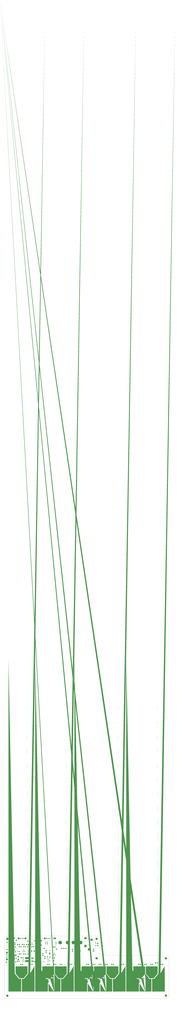
<source format=gbr>
%TF.GenerationSoftware,KiCad,Pcbnew,(6.0.7)*%
%TF.CreationDate,2023-07-28T14:32:25-04:00*%
%TF.ProjectId,Stylophone,5374796c-6f70-4686-9f6e-652e6b696361,rev?*%
%TF.SameCoordinates,Original*%
%TF.FileFunction,Soldermask,Top*%
%TF.FilePolarity,Negative*%
%FSLAX46Y46*%
G04 Gerber Fmt 4.6, Leading zero omitted, Abs format (unit mm)*
G04 Created by KiCad (PCBNEW (6.0.7)) date 2023-07-28 14:32:25*
%MOMM*%
%LPD*%
G01*
G04 APERTURE LIST*
G04 Aperture macros list*
%AMRoundRect*
0 Rectangle with rounded corners*
0 $1 Rounding radius*
0 $2 $3 $4 $5 $6 $7 $8 $9 X,Y pos of 4 corners*
0 Add a 4 corners polygon primitive as box body*
4,1,4,$2,$3,$4,$5,$6,$7,$8,$9,$2,$3,0*
0 Add four circle primitives for the rounded corners*
1,1,$1+$1,$2,$3*
1,1,$1+$1,$4,$5*
1,1,$1+$1,$6,$7*
1,1,$1+$1,$8,$9*
0 Add four rect primitives between the rounded corners*
20,1,$1+$1,$2,$3,$4,$5,0*
20,1,$1+$1,$4,$5,$6,$7,0*
20,1,$1+$1,$6,$7,$8,$9,0*
20,1,$1+$1,$8,$9,$2,$3,0*%
%AMFreePoly0*
4,1,45,2.512662,7.087767,2.516726,7.088432,2.520033,7.086467,2.530782,7.084572,2.549099,7.069202,2.569656,7.056991,7.069656,1.556992,7.084947,1.529730,7.084757,1.514405,7.090000,1.500000,7.090000,-7.000000,7.087939,-7.011690,7.088633,-7.015628,7.086634,-7.019091,7.084572,-7.030782,7.069543,-7.048693,7.057851,-7.068944,7.050220,-7.071722,7.045000,-7.077942,7.021973,-7.082003,
7.000000,-7.090000,-7.000000,-7.090000,-7.011690,-7.087939,-7.015628,-7.088633,-7.019091,-7.086634,-7.030782,-7.084572,-7.048693,-7.069543,-7.068944,-7.057851,-7.071722,-7.050220,-7.077942,-7.045000,-7.082003,-7.021973,-7.090000,-7.000000,-7.090000,1.500000,-7.084572,1.530782,-7.074719,1.542524,-7.069656,1.556991,-2.569656,7.056991,-2.559911,7.065376,-2.557851,7.068944,-2.554235,7.070260,
-2.545963,7.077378,-2.522471,7.081821,-2.500000,7.090000,2.500000,7.090000,2.512662,7.087767,2.512662,7.087767,$1*%
%AMFreePoly1*
4,1,58,7.511690,15.087939,7.515628,15.088633,7.519091,15.086634,7.530782,15.084572,7.548693,15.069543,7.568944,15.057851,7.571722,15.050220,7.577942,15.045000,7.582003,15.021973,7.590000,15.000000,7.590000,-15.000000,7.587939,-15.011690,7.588633,-15.015628,7.586634,-15.019091,7.584572,-15.030782,7.569543,-15.048693,7.557851,-15.068944,7.550220,-15.071722,7.545000,-15.077942,7.521973,-15.082003,
7.500000,-15.090000,-7.500000,-15.090000,-7.511690,-15.087939,-7.515628,-15.088633,-7.519091,-15.086634,-7.530782,-15.084572,-7.548693,-15.069543,-7.568944,-15.057851,-7.571722,-15.050220,-7.577942,-15.045000,-7.582003,-15.021973,-7.590000,-15.000000,-7.590000,0.000000,-7.587939,0.011690,-7.588633,0.015628,-7.586634,0.019091,-7.584572,0.030782,-7.569543,0.048693,-7.557851,0.068944,-7.550220,0.071722,
-7.545000,0.077942,-7.521973,0.082003,-7.500000,0.090000,-5.042154,0.090000,-0.090000,6.032585,-0.090000,15.000000,-0.087939,15.011690,-0.088633,15.015628,-0.086634,15.019091,-0.084572,15.030782,-0.069543,15.048693,-0.057851,15.068944,-0.050220,15.071722,-0.045000,15.077942,-0.021973,15.082003,0.000000,15.090000,7.500000,15.090000,7.511690,15.087939,7.511690,15.087939,$1*%
%AMFreePoly2*
4,1,59,0.015347,6.087033,0.020445,6.087647,0.042347,6.073353,0.065682,6.061530,0.067700,6.056807,0.072000,6.054000,4.545000,0.090000,7.000000,0.090000,7.011690,0.087939,7.015628,0.088633,7.019091,0.086634,7.030782,0.084572,7.048693,0.069543,7.068944,0.057851,7.071722,0.050220,7.077942,0.045000,7.082003,0.021973,7.090000,0.000000,7.090000,-15.000000,7.087939,-15.011690,
7.088633,-15.015628,7.086634,-15.019091,7.084572,-15.030782,7.069543,-15.048693,7.057851,-15.068944,7.050220,-15.071722,7.045000,-15.077942,7.021973,-15.082003,7.000000,-15.090000,-7.000000,-15.090000,-7.011690,-15.087939,-7.015628,-15.088633,-7.019091,-15.086634,-7.030782,-15.084572,-7.048693,-15.069543,-7.068944,-15.057851,-7.071722,-15.050220,-7.077942,-15.045000,-7.082003,-15.021973,-7.090000,-15.000000,
-7.090000,0.000000,-7.087939,0.011690,-7.088633,0.015628,-7.086634,0.019091,-7.084572,0.030782,-7.069543,0.048693,-7.057851,0.068944,-7.050220,0.071722,-7.045000,0.077942,-7.021973,0.082003,-7.000000,0.090000,-4.545000,0.090000,-0.072000,6.054000,-0.049188,6.075369,-0.044188,6.076535,-0.040677,6.080283,-0.014710,6.083411,0.010765,6.089354,0.015347,6.087033,0.015347,6.087033,
$1*%
%AMFreePoly3*
4,1,58,0.011690,15.087939,0.015628,15.088633,0.019091,15.086634,0.030782,15.084572,0.048693,15.069543,0.068944,15.057851,0.071722,15.050220,0.077942,15.045000,0.082003,15.021973,0.090000,15.000000,0.090000,6.032585,5.042153,0.090000,7.500000,0.090000,7.511690,0.087939,7.515628,0.088633,7.519091,0.086634,7.530782,0.084572,7.548693,0.069543,7.568944,0.057851,7.571722,0.050220,
7.577942,0.045000,7.582003,0.021973,7.590000,0.000000,7.590000,-15.000000,7.587939,-15.011690,7.588633,-15.015628,7.586634,-15.019091,7.584572,-15.030782,7.569543,-15.048693,7.557851,-15.068944,7.550220,-15.071722,7.545000,-15.077942,7.521973,-15.082003,7.500000,-15.090000,-7.500000,-15.090000,-7.511690,-15.087939,-7.515628,-15.088633,-7.519091,-15.086634,-7.530782,-15.084572,-7.548693,-15.069543,
-7.568944,-15.057851,-7.571722,-15.050220,-7.577942,-15.045000,-7.582003,-15.021973,-7.590000,-15.000000,-7.590000,15.000000,-7.587939,15.011690,-7.588633,15.015628,-7.586634,15.019091,-7.584572,15.030782,-7.569543,15.048693,-7.557851,15.068944,-7.550220,15.071722,-7.545000,15.077942,-7.521973,15.082003,-7.500000,15.090000,0.000000,15.090000,0.011690,15.087939,0.011690,15.087939,$1*%
%AMFreePoly4*
4,1,6,1.000000,0.000000,0.500000,-0.750000,-0.500000,-0.750000,-0.500000,0.750000,0.500000,0.750000,1.000000,0.000000,1.000000,0.000000,$1*%
%AMFreePoly5*
4,1,6,0.500000,-0.750000,-0.650000,-0.750000,-0.150000,0.000000,-0.650000,0.750000,0.500000,0.750000,0.500000,-0.750000,0.500000,-0.750000,$1*%
G04 Aperture macros list end*
%TA.AperFunction,Profile*%
%ADD10C,0.100000*%
%TD*%
%ADD11RoundRect,0.250000X0.350000X0.450000X-0.350000X0.450000X-0.350000X-0.450000X0.350000X-0.450000X0*%
%ADD12RoundRect,0.250000X0.750000X-0.250000X0.750000X0.250000X-0.750000X0.250000X-0.750000X-0.250000X0*%
%ADD13FreePoly0,180.000000*%
%ADD14FreePoly1,0.000000*%
%ADD15RoundRect,0.250000X0.450000X-0.350000X0.450000X0.350000X-0.450000X0.350000X-0.450000X-0.350000X0*%
%ADD16C,2.250000*%
%ADD17C,1.300000*%
%ADD18C,1.500000*%
%ADD19RoundRect,0.250000X-0.350000X-0.450000X0.350000X-0.450000X0.350000X0.450000X-0.350000X0.450000X0*%
%ADD20RoundRect,0.250000X-0.412500X-0.650000X0.412500X-0.650000X0.412500X0.650000X-0.412500X0.650000X0*%
%ADD21RoundRect,0.150000X0.150000X-0.587500X0.150000X0.587500X-0.150000X0.587500X-0.150000X-0.587500X0*%
%ADD22RoundRect,0.237500X0.237500X-0.287500X0.237500X0.287500X-0.237500X0.287500X-0.237500X-0.287500X0*%
%ADD23RoundRect,0.250000X0.250000X0.750000X-0.250000X0.750000X-0.250000X-0.750000X0.250000X-0.750000X0*%
%ADD24C,2.700000*%
%ADD25C,0.850000*%
%ADD26R,2.800000X2.600000*%
%ADD27R,2.800000X2.200000*%
%ADD28R,2.800000X2.800000*%
%ADD29RoundRect,0.237500X-0.237500X0.300000X-0.237500X-0.300000X0.237500X-0.300000X0.237500X0.300000X0*%
%ADD30RoundRect,0.150000X-0.587500X-0.150000X0.587500X-0.150000X0.587500X0.150000X-0.587500X0.150000X0*%
%ADD31FreePoly2,0.000000*%
%ADD32RoundRect,0.250000X0.650000X-0.412500X0.650000X0.412500X-0.650000X0.412500X-0.650000X-0.412500X0*%
%ADD33C,4.260000*%
%ADD34RoundRect,0.250000X-0.650000X0.412500X-0.650000X-0.412500X0.650000X-0.412500X0.650000X0.412500X0*%
%ADD35R,0.900000X1.200000*%
%ADD36RoundRect,0.250000X-0.337500X-0.475000X0.337500X-0.475000X0.337500X0.475000X-0.337500X0.475000X0*%
%ADD37R,0.650000X2.000000*%
%ADD38RoundRect,0.237500X-0.300000X-0.237500X0.300000X-0.237500X0.300000X0.237500X-0.300000X0.237500X0*%
%ADD39FreePoly3,0.000000*%
%ADD40R,1.500000X1.500000*%
%ADD41R,1.500000X1.050000*%
%ADD42O,1.500000X1.050000*%
%ADD43R,5.100000X2.400000*%
%ADD44RoundRect,0.250000X-1.500000X-0.550000X1.500000X-0.550000X1.500000X0.550000X-1.500000X0.550000X0*%
%ADD45R,1.200000X0.900000*%
%ADD46RoundRect,0.250000X0.625000X-0.350000X0.625000X0.350000X-0.625000X0.350000X-0.625000X-0.350000X0*%
%ADD47O,1.750000X1.200000*%
%ADD48RoundRect,0.250000X-0.450000X0.350000X-0.450000X-0.350000X0.450000X-0.350000X0.450000X0.350000X0*%
%ADD49RoundRect,0.237500X-0.237500X0.287500X-0.237500X-0.287500X0.237500X-0.287500X0.237500X0.287500X0*%
%ADD50RoundRect,0.250000X-0.750000X0.250000X-0.750000X-0.250000X0.750000X-0.250000X0.750000X0.250000X0*%
%ADD51RoundRect,0.237500X0.237500X-0.300000X0.237500X0.300000X-0.237500X0.300000X-0.237500X-0.300000X0*%
%ADD52FreePoly4,270.000000*%
%ADD53FreePoly5,270.000000*%
%ADD54RoundRect,0.070000X-0.530000X0.280000X-0.530000X-0.280000X0.530000X-0.280000X0.530000X0.280000X0*%
%ADD55RoundRect,0.076000X-0.524000X0.304000X-0.524000X-0.304000X0.524000X-0.304000X0.524000X0.304000X0*%
%ADD56RoundRect,0.080000X-0.520000X0.320000X-0.520000X-0.320000X0.520000X-0.320000X0.520000X0.320000X0*%
%ADD57O,1.700000X1.100000*%
G04 APERTURE END LIST*
D10*
X26000000Y-85500000D02*
X132974874Y-85500000D01*
X26000000Y-85500000D02*
G75*
G03*
X22500000Y-89000000I0J-3500000D01*
G01*
X216000000Y-160480000D02*
X26000000Y-160500000D01*
X216000000Y-108720000D02*
X139974874Y-108740000D01*
X216000000Y-160480000D02*
G75*
G03*
X219500000Y-156980000I0J3500000D01*
G01*
X136474900Y-105240000D02*
G75*
G03*
X139974874Y-108740000I3500000J0D01*
G01*
X22500000Y-157000000D02*
G75*
G03*
X26000000Y-160500000I3500000J0D01*
G01*
X136474874Y-89000000D02*
X136474874Y-105240000D01*
X219500000Y-112220000D02*
G75*
G03*
X216000000Y-108720000I-3500000J0D01*
G01*
X22500000Y-89000000D02*
X22500000Y-157000000D01*
X136474900Y-89000000D02*
G75*
G03*
X132974874Y-85500000I-3500000J0D01*
G01*
X219500000Y-156980000D02*
X219500000Y-112220000D01*
D11*
%TO.C,RPD1*%
X34000000Y-116500000D03*
X36000000Y-116500000D03*
%TD*%
D12*
%TO.C,J25*%
X134124874Y-94250000D03*
%TD*%
D13*
%TO.C,J9*%
X75000000Y-129000000D03*
%TD*%
D14*
%TO.C,J12*%
X98000000Y-137000000D03*
%TD*%
D15*
%TO.C,RP1*%
X68500000Y-108750000D03*
X68500000Y-106750000D03*
%TD*%
D16*
%TO.C,SW2*%
X39650000Y-88396360D03*
X47850000Y-88396360D03*
D17*
X41750000Y-88396360D03*
X43750000Y-88396360D03*
X45750000Y-88396360D03*
%TD*%
D18*
%TO.C,TPOS2*%
X60000000Y-96500000D03*
%TD*%
D11*
%TO.C,RL2*%
X212000000Y-119500000D03*
X210000000Y-119500000D03*
%TD*%
%TO.C,RL3*%
X199845000Y-119500000D03*
X197845000Y-119500000D03*
%TD*%
D19*
%TO.C,RL1*%
X203750000Y-117750000D03*
X205750000Y-117750000D03*
%TD*%
D20*
%TO.C,CMX1*%
X55157500Y-103550000D03*
X58282500Y-103550000D03*
%TD*%
D19*
%TO.C,RL18*%
X62500000Y-119500000D03*
X64500000Y-119500000D03*
%TD*%
D21*
%TO.C,Q4*%
X54550000Y-95737500D03*
X56450000Y-95737500D03*
X55500000Y-93862500D03*
%TD*%
D11*
%TO.C,RL10*%
X138000000Y-119500000D03*
X136000000Y-119500000D03*
%TD*%
D22*
%TO.C,LED2*%
X31750000Y-106415000D03*
X31750000Y-104665000D03*
%TD*%
D14*
%TO.C,J20*%
X160000000Y-137000000D03*
%TD*%
D23*
%TO.C,J3*%
X34270000Y-88000000D03*
%TD*%
D21*
%TO.C,Q3*%
X81300000Y-108187500D03*
X83200000Y-108187500D03*
X82250000Y-106312500D03*
%TD*%
D24*
%TO.C,H3*%
X216000000Y-156980000D03*
%TD*%
D19*
%TO.C,RL12*%
X121095000Y-119500000D03*
X123095000Y-119500000D03*
%TD*%
D11*
%TO.C,RL5*%
X185250000Y-119500000D03*
X183250000Y-119500000D03*
%TD*%
D19*
%TO.C,RPG1*%
X38000000Y-115750000D03*
X40000000Y-115750000D03*
%TD*%
D21*
%TO.C,Q5*%
X44800000Y-104237500D03*
X46700000Y-104237500D03*
X45750000Y-102362500D03*
%TD*%
D19*
%TO.C,RL14*%
X101000000Y-119500000D03*
X103000000Y-119500000D03*
%TD*%
D18*
%TO.C,TPCAP1*%
X66750000Y-96500000D03*
%TD*%
%TO.C,TPVO3*%
X100000000Y-103000000D03*
%TD*%
D25*
%TO.C,J28*%
X123250000Y-96250000D03*
X123250000Y-89250000D03*
D26*
X124000000Y-101550000D03*
D27*
X126950000Y-90050000D03*
D28*
X119550000Y-97550000D03*
D27*
X119550000Y-88150000D03*
%TD*%
D13*
%TO.C,J21*%
X152000000Y-129000000D03*
%TD*%
%TO.C,J6*%
X43000000Y-129000000D03*
%TD*%
D29*
%TO.C,CA1*%
X77000000Y-109887500D03*
X77000000Y-111612500D03*
%TD*%
D14*
%TO.C,J7*%
X51000000Y-137000000D03*
%TD*%
D11*
%TO.C,RL4*%
X192750000Y-119500000D03*
X190750000Y-119500000D03*
%TD*%
D15*
%TO.C,RD1*%
X72437500Y-105000000D03*
X72437500Y-103000000D03*
%TD*%
D24*
%TO.C,H2*%
X26000000Y-157000000D03*
%TD*%
D19*
%TO.C,RE3*%
X50750000Y-107050000D03*
X52750000Y-107050000D03*
%TD*%
D30*
%TO.C,Q2*%
X74812500Y-114050000D03*
X74812500Y-115950000D03*
X76687500Y-115000000D03*
%TD*%
D12*
%TO.C,J26*%
X134124874Y-96750000D03*
%TD*%
D11*
%TO.C,RB4*%
X42250000Y-107050000D03*
X40250000Y-107050000D03*
%TD*%
D31*
%TO.C,J17*%
X191500000Y-136990000D03*
%TD*%
D11*
%TO.C,RB3*%
X47500000Y-107050000D03*
X45500000Y-107050000D03*
%TD*%
D29*
%TO.C,CA2*%
X74000000Y-109887500D03*
X74000000Y-111612500D03*
%TD*%
D32*
%TO.C,CC4*%
X63400000Y-115062500D03*
X63400000Y-111937500D03*
%TD*%
D11*
%TO.C,ROS1*%
X42300000Y-98330000D03*
X40300000Y-98330000D03*
%TD*%
D18*
%TO.C,VR1*%
X91250000Y-100375000D03*
X93750000Y-100375000D03*
X96250000Y-100375000D03*
D33*
X89350000Y-93375000D03*
X98150000Y-93375000D03*
%TD*%
D34*
%TO.C,CC3*%
X39250000Y-110437500D03*
X39250000Y-113562500D03*
%TD*%
D35*
%TO.C,DAT1*%
X80250000Y-103000000D03*
X76950000Y-103000000D03*
%TD*%
D29*
%TO.C,CMB1*%
X79500000Y-93137500D03*
X79500000Y-94862500D03*
%TD*%
D31*
%TO.C,J24*%
X129500000Y-137000000D03*
%TD*%
%TO.C,J22*%
X144500000Y-137000000D03*
%TD*%
D11*
%TO.C,RL6*%
X173500000Y-119500000D03*
X171500000Y-119500000D03*
%TD*%
D15*
%TO.C,R1*%
X35000000Y-95750000D03*
X35000000Y-93750000D03*
%TD*%
D11*
%TO.C,RL8*%
X153095000Y-119500000D03*
X151095000Y-119500000D03*
%TD*%
D13*
%TO.C,J16*%
X199000000Y-129000000D03*
%TD*%
D36*
%TO.C,COS1*%
X38490693Y-95799856D03*
X40565693Y-95799856D03*
%TD*%
D37*
%TO.C,U1*%
X36700000Y-108790000D03*
X35750000Y-108790000D03*
X34800000Y-108790000D03*
X34800000Y-112210000D03*
X36700000Y-112210000D03*
%TD*%
D24*
%TO.C,H4*%
X216000000Y-112220000D03*
%TD*%
D18*
%TO.C,TPVO1*%
X85000000Y-101250000D03*
%TD*%
D29*
%TO.C,CC1*%
X32500000Y-112250000D03*
X32500000Y-113975000D03*
%TD*%
D31*
%TO.C,J10*%
X82500000Y-137000000D03*
%TD*%
D18*
%TO.C,TPVO2*%
X81500000Y-115250000D03*
%TD*%
D38*
%TO.C,COS5*%
X38665693Y-104050000D03*
X40390693Y-104050000D03*
%TD*%
D19*
%TO.C,RL15*%
X89250000Y-119500000D03*
X91250000Y-119500000D03*
%TD*%
D39*
%TO.C,J19*%
X176000000Y-137000000D03*
%TD*%
D21*
%TO.C,Q6*%
X44050000Y-115737500D03*
X45950000Y-115737500D03*
X45000000Y-113862500D03*
%TD*%
D19*
%TO.C,RBS1*%
X32500000Y-102000000D03*
X34500000Y-102000000D03*
%TD*%
D13*
%TO.C,J14*%
X122000000Y-129000000D03*
%TD*%
D24*
%TO.C,H6*%
X132974874Y-89000000D03*
%TD*%
D16*
%TO.C,SW1*%
X25500000Y-113600000D03*
X25500000Y-105400000D03*
D17*
X25500000Y-111500000D03*
X25500000Y-109500000D03*
X25500000Y-107500000D03*
%TD*%
D19*
%TO.C,RMX1*%
X60500000Y-103550000D03*
X62500000Y-103550000D03*
%TD*%
D40*
%TO.C,VR2*%
X107000000Y-100375000D03*
D18*
X109500000Y-100375000D03*
X112000000Y-100375000D03*
D33*
X105100000Y-93375000D03*
X113900000Y-93375000D03*
%TD*%
D18*
%TO.C,TPVBUS1*%
X35250000Y-98750000D03*
%TD*%
D19*
%TO.C,RL17*%
X74000000Y-119500000D03*
X76000000Y-119500000D03*
%TD*%
D41*
%TO.C,Q1*%
X64570000Y-109520000D03*
D42*
X64570000Y-108250000D03*
X64570000Y-106980000D03*
%TD*%
D19*
%TO.C,RL19*%
X53500000Y-119500000D03*
X55500000Y-119500000D03*
%TD*%
D18*
%TO.C,TPOS1*%
X36750000Y-91000000D03*
%TD*%
D14*
%TO.C,J15*%
X207000000Y-137000000D03*
%TD*%
D43*
%TO.C,LBST1*%
X50000000Y-111975000D03*
X50000000Y-115525000D03*
%TD*%
D19*
%TO.C,RBS2*%
X33750000Y-104250000D03*
X35750000Y-104250000D03*
%TD*%
D11*
%TO.C,ROS2*%
X47380000Y-98330000D03*
X45380000Y-98330000D03*
%TD*%
D44*
%TO.C,COS4*%
X60300000Y-91300000D03*
X65700000Y-91300000D03*
%TD*%
D11*
%TO.C,RFB2*%
X60800000Y-116200000D03*
X58800000Y-116200000D03*
%TD*%
D16*
%TO.C,SW3*%
X70900000Y-88396360D03*
X83100000Y-88396360D03*
D17*
X73000000Y-88396360D03*
X75000000Y-88396360D03*
X77000000Y-88396360D03*
X81000000Y-88396360D03*
%TD*%
D34*
%TO.C,CC2*%
X29500000Y-111687500D03*
X29500000Y-114812500D03*
%TD*%
D15*
%TO.C,RFD1*%
X104250000Y-103500000D03*
X104250000Y-101500000D03*
%TD*%
D45*
%TO.C,DFB1*%
X131624874Y-93850000D03*
X131624874Y-97150000D03*
%TD*%
D18*
%TO.C,TPVBAT1*%
X113250000Y-103500000D03*
%TD*%
D39*
%TO.C,J13*%
X114000000Y-137000000D03*
%TD*%
D36*
%TO.C,COS3*%
X48962500Y-95790000D03*
X51037500Y-95790000D03*
%TD*%
D19*
%TO.C,RPU1*%
X42600000Y-111600000D03*
X44600000Y-111600000D03*
%TD*%
D11*
%TO.C,RB2*%
X52460000Y-98330000D03*
X50460000Y-98330000D03*
%TD*%
D15*
%TO.C,RC2*%
X51750000Y-104550000D03*
X51750000Y-102550000D03*
%TD*%
D46*
%TO.C,J27*%
X129274874Y-103500000D03*
D47*
X129274874Y-101500000D03*
%TD*%
D19*
%TO.C,RL16*%
X82000000Y-119500000D03*
X84000000Y-119500000D03*
%TD*%
D39*
%TO.C,J5*%
X35000000Y-137000000D03*
%TD*%
D29*
%TO.C,CLB2*%
X74000000Y-93137500D03*
X74000000Y-94862500D03*
%TD*%
D13*
%TO.C,J23*%
X137000000Y-129000000D03*
%TD*%
D48*
%TO.C,RFB1*%
X60000000Y-112250000D03*
X60000000Y-114250000D03*
%TD*%
D49*
%TO.C,LED1*%
X31750000Y-108375000D03*
X31750000Y-110125000D03*
%TD*%
D50*
%TO.C,J4*%
X25000000Y-116840000D03*
%TD*%
D11*
%TO.C,RB1*%
X57500000Y-98330000D03*
X55500000Y-98330000D03*
%TD*%
D36*
%TO.C,COS2*%
X43882500Y-95790000D03*
X45957500Y-95790000D03*
%TD*%
D11*
%TO.C,RI2*%
X82250000Y-111750000D03*
X80250000Y-111750000D03*
%TD*%
D19*
%TO.C,RL21*%
X30000000Y-119500000D03*
X32000000Y-119500000D03*
%TD*%
%TO.C,RP2*%
X81000000Y-98750000D03*
X83000000Y-98750000D03*
%TD*%
D35*
%TO.C,D1*%
X69650000Y-116500000D03*
X66350000Y-116500000D03*
%TD*%
D11*
%TO.C,RL7*%
X165000000Y-119500000D03*
X163000000Y-119500000D03*
%TD*%
D29*
%TO.C,CHB1*%
X84250000Y-93137500D03*
X84250000Y-94862500D03*
%TD*%
D24*
%TO.C,H5*%
X132974874Y-112220000D03*
%TD*%
D18*
%TO.C,TPVO4*%
X108750000Y-105500000D03*
%TD*%
%TO.C,TPMX1*%
X70000000Y-100500000D03*
%TD*%
D13*
%TO.C,J18*%
X184000000Y-129000000D03*
%TD*%
D18*
%TO.C,TPVCC1*%
X30250000Y-90250000D03*
%TD*%
D51*
%TO.C,CLB1*%
X72000000Y-94862500D03*
X72000000Y-93137500D03*
%TD*%
D19*
%TO.C,RE2*%
X62250000Y-98300000D03*
X64250000Y-98300000D03*
%TD*%
%TO.C,RC1*%
X50460000Y-91750000D03*
X52460000Y-91750000D03*
%TD*%
D11*
%TO.C,RL9*%
X145595000Y-119500000D03*
X143595000Y-119500000D03*
%TD*%
D23*
%TO.C,J2*%
X32500000Y-88000000D03*
%TD*%
D24*
%TO.C,H1*%
X26000000Y-89000000D03*
%TD*%
D52*
%TO.C,JP1*%
X76750000Y-105775000D03*
D53*
X76750000Y-107225000D03*
%TD*%
D37*
%TO.C,U2*%
X55050000Y-115710000D03*
X56000000Y-115710000D03*
X56950000Y-115710000D03*
X56950000Y-112290000D03*
X56000000Y-112290000D03*
X55050000Y-112290000D03*
%TD*%
D54*
%TO.C,J1*%
X29480000Y-97000000D03*
D55*
X29480000Y-99020000D03*
D56*
X29480000Y-100250000D03*
D54*
X29480000Y-98000000D03*
D55*
X29480000Y-95980000D03*
D56*
X29480000Y-94750000D03*
D57*
X25600000Y-93180000D03*
X29400000Y-101820000D03*
X25600000Y-101820000D03*
X29400000Y-93180000D03*
%TD*%
D13*
%TO.C,J11*%
X90000000Y-129000000D03*
%TD*%
D11*
%TO.C,RL11*%
X130750000Y-119500000D03*
X128750000Y-119500000D03*
%TD*%
D19*
%TO.C,RL13*%
X109500000Y-119500000D03*
X111500000Y-119500000D03*
%TD*%
D15*
%TO.C,R2*%
X32750000Y-95750000D03*
X32750000Y-93750000D03*
%TD*%
D48*
%TO.C,RI1*%
X71000000Y-110500000D03*
X71000000Y-112500000D03*
%TD*%
D19*
%TO.C,RL20*%
X42000000Y-119500000D03*
X44000000Y-119500000D03*
%TD*%
D39*
%TO.C,J8*%
X67000000Y-137000000D03*
%TD*%
M02*

</source>
